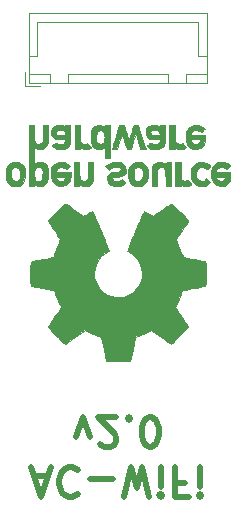
<source format=gbr>
G04 #@! TF.GenerationSoftware,KiCad,Pcbnew,(5.1.5)-3*
G04 #@! TF.CreationDate,2021-09-10T12:23:28+10:00*
G04 #@! TF.ProjectId,MHI ESP,4d484920-4553-4502-9e6b-696361645f70,rev?*
G04 #@! TF.SameCoordinates,Original*
G04 #@! TF.FileFunction,Legend,Bot*
G04 #@! TF.FilePolarity,Positive*
%FSLAX46Y46*%
G04 Gerber Fmt 4.6, Leading zero omitted, Abs format (unit mm)*
G04 Created by KiCad (PCBNEW (5.1.5)-3) date 2021-09-10 12:23:28*
%MOMM*%
%LPD*%
G04 APERTURE LIST*
%ADD10C,0.500000*%
%ADD11C,0.010000*%
%ADD12C,0.120000*%
G04 APERTURE END LIST*
D10*
X117916666Y-115708333D02*
X119107142Y-115708333D01*
X117678571Y-114994047D02*
X118511904Y-117494047D01*
X119345238Y-114994047D01*
X121607142Y-115232142D02*
X121488095Y-115113095D01*
X121130952Y-114994047D01*
X120892857Y-114994047D01*
X120535714Y-115113095D01*
X120297619Y-115351190D01*
X120178571Y-115589285D01*
X120059523Y-116065476D01*
X120059523Y-116422619D01*
X120178571Y-116898809D01*
X120297619Y-117136904D01*
X120535714Y-117375000D01*
X120892857Y-117494047D01*
X121130952Y-117494047D01*
X121488095Y-117375000D01*
X121607142Y-117255952D01*
X122678571Y-115946428D02*
X124583333Y-115946428D01*
X125535714Y-117494047D02*
X126130952Y-114994047D01*
X126607142Y-116779761D01*
X127083333Y-114994047D01*
X127678571Y-117494047D01*
X128630952Y-114994047D02*
X128630952Y-116660714D01*
X128630952Y-117494047D02*
X128511904Y-117375000D01*
X128630952Y-117255952D01*
X128750000Y-117375000D01*
X128630952Y-117494047D01*
X128630952Y-117255952D01*
X130654761Y-116303571D02*
X129821428Y-116303571D01*
X129821428Y-114994047D02*
X129821428Y-117494047D01*
X131011904Y-117494047D01*
X131964285Y-114994047D02*
X131964285Y-116660714D01*
X131964285Y-117494047D02*
X131845238Y-117375000D01*
X131964285Y-117255952D01*
X132083333Y-117375000D01*
X131964285Y-117494047D01*
X131964285Y-117255952D01*
X121428571Y-112410714D02*
X122023809Y-110744047D01*
X122619047Y-112410714D01*
X123452380Y-113005952D02*
X123571428Y-113125000D01*
X123809523Y-113244047D01*
X124404761Y-113244047D01*
X124642857Y-113125000D01*
X124761904Y-113005952D01*
X124880952Y-112767857D01*
X124880952Y-112529761D01*
X124761904Y-112172619D01*
X123333333Y-110744047D01*
X124880952Y-110744047D01*
X125952380Y-110982142D02*
X126071428Y-110863095D01*
X125952380Y-110744047D01*
X125833333Y-110863095D01*
X125952380Y-110982142D01*
X125952380Y-110744047D01*
X127619047Y-113244047D02*
X127857142Y-113244047D01*
X128095238Y-113125000D01*
X128214285Y-113005952D01*
X128333333Y-112767857D01*
X128452380Y-112291666D01*
X128452380Y-111696428D01*
X128333333Y-111220238D01*
X128214285Y-110982142D01*
X128095238Y-110863095D01*
X127857142Y-110744047D01*
X127619047Y-110744047D01*
X127380952Y-110863095D01*
X127261904Y-110982142D01*
X127142857Y-111220238D01*
X127023809Y-111696428D01*
X127023809Y-112291666D01*
X127142857Y-112767857D01*
X127261904Y-113005952D01*
X127380952Y-113125000D01*
X127619047Y-113244047D01*
D11*
G36*
X126248305Y-104974040D02*
G01*
X126436557Y-103975458D01*
X127131183Y-103689111D01*
X127825808Y-103402763D01*
X128659128Y-103969414D01*
X128892501Y-104127189D01*
X129103457Y-104268061D01*
X129282153Y-104385599D01*
X129418744Y-104473371D01*
X129503386Y-104524945D01*
X129526437Y-104536065D01*
X129567963Y-104507465D01*
X129656698Y-104428396D01*
X129782697Y-104308959D01*
X129936014Y-104159256D01*
X130106702Y-103989385D01*
X130284814Y-103809449D01*
X130460406Y-103629546D01*
X130623530Y-103459778D01*
X130764241Y-103310246D01*
X130872592Y-103191048D01*
X130938637Y-103112287D01*
X130954426Y-103085928D01*
X130931703Y-103037334D01*
X130867999Y-102930874D01*
X130770013Y-102776961D01*
X130644441Y-102586009D01*
X130497982Y-102368431D01*
X130413115Y-102244329D01*
X130258426Y-102017721D01*
X130120970Y-101813230D01*
X130007414Y-101641035D01*
X129924428Y-101511315D01*
X129878678Y-101434249D01*
X129871803Y-101418053D01*
X129887388Y-101372025D01*
X129929868Y-101264750D01*
X129992835Y-101111313D01*
X130069879Y-100926794D01*
X130154590Y-100726279D01*
X130240558Y-100524848D01*
X130321373Y-100337585D01*
X130390627Y-100179572D01*
X130441908Y-100065893D01*
X130468809Y-100011630D01*
X130470396Y-100009494D01*
X130512635Y-99999133D01*
X130625126Y-99976018D01*
X130796209Y-99942421D01*
X131014223Y-99900615D01*
X131267509Y-99852873D01*
X131415288Y-99825341D01*
X131685938Y-99773810D01*
X131930397Y-99724775D01*
X132136300Y-99680919D01*
X132291277Y-99644926D01*
X132382962Y-99619479D01*
X132401393Y-99611405D01*
X132419445Y-99556758D01*
X132434010Y-99433338D01*
X132445098Y-99255577D01*
X132452719Y-99037909D01*
X132456884Y-98794765D01*
X132457602Y-98540577D01*
X132454882Y-98289780D01*
X132448735Y-98056804D01*
X132439171Y-97856082D01*
X132426199Y-97702046D01*
X132409829Y-97609130D01*
X132400011Y-97589787D01*
X132341323Y-97566602D01*
X132216966Y-97533456D01*
X132043390Y-97494242D01*
X131837042Y-97452855D01*
X131765011Y-97439466D01*
X131417719Y-97375853D01*
X131143383Y-97324622D01*
X130932939Y-97283739D01*
X130777322Y-97251166D01*
X130667467Y-97224868D01*
X130594311Y-97202808D01*
X130548787Y-97182951D01*
X130521833Y-97163259D01*
X130518061Y-97159368D01*
X130480415Y-97096676D01*
X130422986Y-96974669D01*
X130351508Y-96808288D01*
X130271715Y-96612471D01*
X130189343Y-96402160D01*
X130110125Y-96192292D01*
X130039796Y-95997809D01*
X129984089Y-95833650D01*
X129948741Y-95714755D01*
X129939484Y-95656064D01*
X129940256Y-95654008D01*
X129971620Y-95606036D01*
X130042774Y-95500484D01*
X130146240Y-95348340D01*
X130274540Y-95160590D01*
X130420199Y-94948220D01*
X130461680Y-94887870D01*
X130609587Y-94669071D01*
X130739739Y-94469438D01*
X130845045Y-94300435D01*
X130918416Y-94173525D01*
X130952763Y-94100171D01*
X130954426Y-94091159D01*
X130925569Y-94043793D01*
X130845831Y-93949958D01*
X130725462Y-93819739D01*
X130574713Y-93663221D01*
X130403836Y-93490490D01*
X130223079Y-93311629D01*
X130042694Y-93136724D01*
X129872932Y-92975860D01*
X129724042Y-92839122D01*
X129606276Y-92736593D01*
X129529883Y-92678360D01*
X129508750Y-92668852D01*
X129459560Y-92691246D01*
X129358847Y-92751644D01*
X129223017Y-92839871D01*
X129118510Y-92910885D01*
X128929149Y-93041189D01*
X128704899Y-93194616D01*
X128479964Y-93347799D01*
X128359032Y-93429782D01*
X127949704Y-93706647D01*
X127606102Y-93520864D01*
X127449565Y-93439477D01*
X127316454Y-93376216D01*
X127226389Y-93340135D01*
X127203463Y-93335115D01*
X127175895Y-93372183D01*
X127121508Y-93476931D01*
X127044363Y-93639697D01*
X126948518Y-93850819D01*
X126838034Y-94100635D01*
X126716971Y-94379483D01*
X126589389Y-94677701D01*
X126459347Y-94985626D01*
X126330906Y-95293596D01*
X126208126Y-95591950D01*
X126095067Y-95871025D01*
X125995788Y-96121159D01*
X125914349Y-96332690D01*
X125854811Y-96495957D01*
X125821234Y-96601295D01*
X125815834Y-96637473D01*
X125858634Y-96683619D01*
X125952344Y-96758528D01*
X126077373Y-96846636D01*
X126087867Y-96853606D01*
X126411020Y-97112279D01*
X126671587Y-97414062D01*
X126867310Y-97749305D01*
X126995932Y-98108358D01*
X127055195Y-98481574D01*
X127042839Y-98859300D01*
X126956607Y-99231889D01*
X126794241Y-99589690D01*
X126746472Y-99667973D01*
X126498009Y-99984081D01*
X126204481Y-100237921D01*
X125876047Y-100428173D01*
X125522865Y-100553515D01*
X125155095Y-100612628D01*
X124782897Y-100604193D01*
X124416429Y-100526888D01*
X124065851Y-100379394D01*
X123741323Y-100160390D01*
X123640936Y-100071502D01*
X123385449Y-99793256D01*
X123199278Y-99500344D01*
X123071570Y-99172014D01*
X123000444Y-98846867D01*
X122982886Y-98481298D01*
X123041434Y-98113914D01*
X123170142Y-97757134D01*
X123363062Y-97423374D01*
X123614248Y-97125053D01*
X123917752Y-96874589D01*
X123957640Y-96848187D01*
X124084009Y-96761728D01*
X124180073Y-96686816D01*
X124226000Y-96638985D01*
X124226668Y-96637473D01*
X124216808Y-96585733D01*
X124177722Y-96468304D01*
X124113472Y-96294846D01*
X124028120Y-96075021D01*
X123925727Y-95818487D01*
X123810354Y-95534904D01*
X123686063Y-95233933D01*
X123556916Y-94925233D01*
X123426974Y-94618464D01*
X123300298Y-94323286D01*
X123180951Y-94049360D01*
X123072994Y-93806344D01*
X122980488Y-93603899D01*
X122907496Y-93451685D01*
X122858077Y-93359362D01*
X122838177Y-93335115D01*
X122777366Y-93353996D01*
X122663582Y-93404636D01*
X122516445Y-93477983D01*
X122435538Y-93520864D01*
X122091935Y-93706647D01*
X121682607Y-93429782D01*
X121473654Y-93287946D01*
X121244887Y-93131859D01*
X121030509Y-92984891D01*
X120923129Y-92910885D01*
X120772102Y-92809469D01*
X120644218Y-92729102D01*
X120556158Y-92679959D01*
X120527555Y-92669571D01*
X120485924Y-92697595D01*
X120393789Y-92775828D01*
X120260082Y-92896148D01*
X120093735Y-93050432D01*
X119903680Y-93230557D01*
X119783479Y-93346210D01*
X119573185Y-93552833D01*
X119391444Y-93737642D01*
X119245603Y-93892730D01*
X119143009Y-94010193D01*
X119091009Y-94082125D01*
X119086020Y-94096722D01*
X119109171Y-94152247D01*
X119173146Y-94264516D01*
X119270847Y-94422163D01*
X119395180Y-94613821D01*
X119539046Y-94828124D01*
X119579959Y-94887870D01*
X119729033Y-95105018D01*
X119862775Y-95300525D01*
X119973709Y-95463401D01*
X120054356Y-95582663D01*
X120097241Y-95647322D01*
X120101383Y-95654008D01*
X120095188Y-95705538D01*
X120062300Y-95818834D01*
X120008455Y-95978958D01*
X119939387Y-96170968D01*
X119860831Y-96379926D01*
X119778520Y-96590891D01*
X119698189Y-96788924D01*
X119625572Y-96959084D01*
X119566405Y-97086433D01*
X119526420Y-97156029D01*
X119523578Y-97159368D01*
X119499127Y-97179258D01*
X119457831Y-97198927D01*
X119390623Y-97220411D01*
X119288441Y-97245747D01*
X119142219Y-97276971D01*
X118942893Y-97316118D01*
X118681397Y-97365225D01*
X118348669Y-97426328D01*
X118276628Y-97439466D01*
X118063115Y-97480718D01*
X117876978Y-97521074D01*
X117734666Y-97556639D01*
X117652629Y-97583520D01*
X117641628Y-97589787D01*
X117623502Y-97645346D01*
X117608767Y-97769505D01*
X117597436Y-97947831D01*
X117589516Y-98165891D01*
X117585019Y-98409254D01*
X117583954Y-98663486D01*
X117586330Y-98914155D01*
X117592159Y-99146829D01*
X117601449Y-99347076D01*
X117614211Y-99500462D01*
X117630454Y-99592556D01*
X117640246Y-99611405D01*
X117694761Y-99630418D01*
X117818896Y-99661350D01*
X118000285Y-99701518D01*
X118226560Y-99748238D01*
X118485353Y-99798827D01*
X118626351Y-99825341D01*
X118893873Y-99875350D01*
X119132438Y-99920654D01*
X119330386Y-99958979D01*
X119476057Y-99988053D01*
X119557791Y-100005603D01*
X119571243Y-100009494D01*
X119593979Y-100053362D01*
X119642040Y-100159024D01*
X119709019Y-100311387D01*
X119788510Y-100495354D01*
X119874108Y-100695830D01*
X119959405Y-100897719D01*
X120037995Y-101085927D01*
X120103473Y-101245358D01*
X120149431Y-101360916D01*
X120169463Y-101417506D01*
X120169836Y-101419979D01*
X120147126Y-101464621D01*
X120083459Y-101567353D01*
X119985525Y-101717963D01*
X119860017Y-101906243D01*
X119713626Y-102121982D01*
X119628525Y-102245902D01*
X119473455Y-102473117D01*
X119335725Y-102679405D01*
X119222053Y-102854329D01*
X119139161Y-102987455D01*
X119093769Y-103068347D01*
X119087213Y-103086480D01*
X119115395Y-103128688D01*
X119193304Y-103218809D01*
X119310990Y-103346746D01*
X119458500Y-103502404D01*
X119625881Y-103675685D01*
X119803181Y-103856493D01*
X119980448Y-104034733D01*
X120147730Y-104200307D01*
X120295075Y-104343120D01*
X120412530Y-104453075D01*
X120490143Y-104520076D01*
X120516108Y-104536065D01*
X120558384Y-104513581D01*
X120659501Y-104450415D01*
X120809627Y-104352997D01*
X120998930Y-104227757D01*
X121217579Y-104081125D01*
X121382511Y-103969414D01*
X122215831Y-103402763D01*
X122910456Y-103689111D01*
X123605082Y-103975458D01*
X123793334Y-104974040D01*
X123981587Y-105972623D01*
X126060052Y-105972623D01*
X126248305Y-104974040D01*
G37*
X126248305Y-104974040D02*
X126436557Y-103975458D01*
X127131183Y-103689111D01*
X127825808Y-103402763D01*
X128659128Y-103969414D01*
X128892501Y-104127189D01*
X129103457Y-104268061D01*
X129282153Y-104385599D01*
X129418744Y-104473371D01*
X129503386Y-104524945D01*
X129526437Y-104536065D01*
X129567963Y-104507465D01*
X129656698Y-104428396D01*
X129782697Y-104308959D01*
X129936014Y-104159256D01*
X130106702Y-103989385D01*
X130284814Y-103809449D01*
X130460406Y-103629546D01*
X130623530Y-103459778D01*
X130764241Y-103310246D01*
X130872592Y-103191048D01*
X130938637Y-103112287D01*
X130954426Y-103085928D01*
X130931703Y-103037334D01*
X130867999Y-102930874D01*
X130770013Y-102776961D01*
X130644441Y-102586009D01*
X130497982Y-102368431D01*
X130413115Y-102244329D01*
X130258426Y-102017721D01*
X130120970Y-101813230D01*
X130007414Y-101641035D01*
X129924428Y-101511315D01*
X129878678Y-101434249D01*
X129871803Y-101418053D01*
X129887388Y-101372025D01*
X129929868Y-101264750D01*
X129992835Y-101111313D01*
X130069879Y-100926794D01*
X130154590Y-100726279D01*
X130240558Y-100524848D01*
X130321373Y-100337585D01*
X130390627Y-100179572D01*
X130441908Y-100065893D01*
X130468809Y-100011630D01*
X130470396Y-100009494D01*
X130512635Y-99999133D01*
X130625126Y-99976018D01*
X130796209Y-99942421D01*
X131014223Y-99900615D01*
X131267509Y-99852873D01*
X131415288Y-99825341D01*
X131685938Y-99773810D01*
X131930397Y-99724775D01*
X132136300Y-99680919D01*
X132291277Y-99644926D01*
X132382962Y-99619479D01*
X132401393Y-99611405D01*
X132419445Y-99556758D01*
X132434010Y-99433338D01*
X132445098Y-99255577D01*
X132452719Y-99037909D01*
X132456884Y-98794765D01*
X132457602Y-98540577D01*
X132454882Y-98289780D01*
X132448735Y-98056804D01*
X132439171Y-97856082D01*
X132426199Y-97702046D01*
X132409829Y-97609130D01*
X132400011Y-97589787D01*
X132341323Y-97566602D01*
X132216966Y-97533456D01*
X132043390Y-97494242D01*
X131837042Y-97452855D01*
X131765011Y-97439466D01*
X131417719Y-97375853D01*
X131143383Y-97324622D01*
X130932939Y-97283739D01*
X130777322Y-97251166D01*
X130667467Y-97224868D01*
X130594311Y-97202808D01*
X130548787Y-97182951D01*
X130521833Y-97163259D01*
X130518061Y-97159368D01*
X130480415Y-97096676D01*
X130422986Y-96974669D01*
X130351508Y-96808288D01*
X130271715Y-96612471D01*
X130189343Y-96402160D01*
X130110125Y-96192292D01*
X130039796Y-95997809D01*
X129984089Y-95833650D01*
X129948741Y-95714755D01*
X129939484Y-95656064D01*
X129940256Y-95654008D01*
X129971620Y-95606036D01*
X130042774Y-95500484D01*
X130146240Y-95348340D01*
X130274540Y-95160590D01*
X130420199Y-94948220D01*
X130461680Y-94887870D01*
X130609587Y-94669071D01*
X130739739Y-94469438D01*
X130845045Y-94300435D01*
X130918416Y-94173525D01*
X130952763Y-94100171D01*
X130954426Y-94091159D01*
X130925569Y-94043793D01*
X130845831Y-93949958D01*
X130725462Y-93819739D01*
X130574713Y-93663221D01*
X130403836Y-93490490D01*
X130223079Y-93311629D01*
X130042694Y-93136724D01*
X129872932Y-92975860D01*
X129724042Y-92839122D01*
X129606276Y-92736593D01*
X129529883Y-92678360D01*
X129508750Y-92668852D01*
X129459560Y-92691246D01*
X129358847Y-92751644D01*
X129223017Y-92839871D01*
X129118510Y-92910885D01*
X128929149Y-93041189D01*
X128704899Y-93194616D01*
X128479964Y-93347799D01*
X128359032Y-93429782D01*
X127949704Y-93706647D01*
X127606102Y-93520864D01*
X127449565Y-93439477D01*
X127316454Y-93376216D01*
X127226389Y-93340135D01*
X127203463Y-93335115D01*
X127175895Y-93372183D01*
X127121508Y-93476931D01*
X127044363Y-93639697D01*
X126948518Y-93850819D01*
X126838034Y-94100635D01*
X126716971Y-94379483D01*
X126589389Y-94677701D01*
X126459347Y-94985626D01*
X126330906Y-95293596D01*
X126208126Y-95591950D01*
X126095067Y-95871025D01*
X125995788Y-96121159D01*
X125914349Y-96332690D01*
X125854811Y-96495957D01*
X125821234Y-96601295D01*
X125815834Y-96637473D01*
X125858634Y-96683619D01*
X125952344Y-96758528D01*
X126077373Y-96846636D01*
X126087867Y-96853606D01*
X126411020Y-97112279D01*
X126671587Y-97414062D01*
X126867310Y-97749305D01*
X126995932Y-98108358D01*
X127055195Y-98481574D01*
X127042839Y-98859300D01*
X126956607Y-99231889D01*
X126794241Y-99589690D01*
X126746472Y-99667973D01*
X126498009Y-99984081D01*
X126204481Y-100237921D01*
X125876047Y-100428173D01*
X125522865Y-100553515D01*
X125155095Y-100612628D01*
X124782897Y-100604193D01*
X124416429Y-100526888D01*
X124065851Y-100379394D01*
X123741323Y-100160390D01*
X123640936Y-100071502D01*
X123385449Y-99793256D01*
X123199278Y-99500344D01*
X123071570Y-99172014D01*
X123000444Y-98846867D01*
X122982886Y-98481298D01*
X123041434Y-98113914D01*
X123170142Y-97757134D01*
X123363062Y-97423374D01*
X123614248Y-97125053D01*
X123917752Y-96874589D01*
X123957640Y-96848187D01*
X124084009Y-96761728D01*
X124180073Y-96686816D01*
X124226000Y-96638985D01*
X124226668Y-96637473D01*
X124216808Y-96585733D01*
X124177722Y-96468304D01*
X124113472Y-96294846D01*
X124028120Y-96075021D01*
X123925727Y-95818487D01*
X123810354Y-95534904D01*
X123686063Y-95233933D01*
X123556916Y-94925233D01*
X123426974Y-94618464D01*
X123300298Y-94323286D01*
X123180951Y-94049360D01*
X123072994Y-93806344D01*
X122980488Y-93603899D01*
X122907496Y-93451685D01*
X122858077Y-93359362D01*
X122838177Y-93335115D01*
X122777366Y-93353996D01*
X122663582Y-93404636D01*
X122516445Y-93477983D01*
X122435538Y-93520864D01*
X122091935Y-93706647D01*
X121682607Y-93429782D01*
X121473654Y-93287946D01*
X121244887Y-93131859D01*
X121030509Y-92984891D01*
X120923129Y-92910885D01*
X120772102Y-92809469D01*
X120644218Y-92729102D01*
X120556158Y-92679959D01*
X120527555Y-92669571D01*
X120485924Y-92697595D01*
X120393789Y-92775828D01*
X120260082Y-92896148D01*
X120093735Y-93050432D01*
X119903680Y-93230557D01*
X119783479Y-93346210D01*
X119573185Y-93552833D01*
X119391444Y-93737642D01*
X119245603Y-93892730D01*
X119143009Y-94010193D01*
X119091009Y-94082125D01*
X119086020Y-94096722D01*
X119109171Y-94152247D01*
X119173146Y-94264516D01*
X119270847Y-94422163D01*
X119395180Y-94613821D01*
X119539046Y-94828124D01*
X119579959Y-94887870D01*
X119729033Y-95105018D01*
X119862775Y-95300525D01*
X119973709Y-95463401D01*
X120054356Y-95582663D01*
X120097241Y-95647322D01*
X120101383Y-95654008D01*
X120095188Y-95705538D01*
X120062300Y-95818834D01*
X120008455Y-95978958D01*
X119939387Y-96170968D01*
X119860831Y-96379926D01*
X119778520Y-96590891D01*
X119698189Y-96788924D01*
X119625572Y-96959084D01*
X119566405Y-97086433D01*
X119526420Y-97156029D01*
X119523578Y-97159368D01*
X119499127Y-97179258D01*
X119457831Y-97198927D01*
X119390623Y-97220411D01*
X119288441Y-97245747D01*
X119142219Y-97276971D01*
X118942893Y-97316118D01*
X118681397Y-97365225D01*
X118348669Y-97426328D01*
X118276628Y-97439466D01*
X118063115Y-97480718D01*
X117876978Y-97521074D01*
X117734666Y-97556639D01*
X117652629Y-97583520D01*
X117641628Y-97589787D01*
X117623502Y-97645346D01*
X117608767Y-97769505D01*
X117597436Y-97947831D01*
X117589516Y-98165891D01*
X117585019Y-98409254D01*
X117583954Y-98663486D01*
X117586330Y-98914155D01*
X117592159Y-99146829D01*
X117601449Y-99347076D01*
X117614211Y-99500462D01*
X117630454Y-99592556D01*
X117640246Y-99611405D01*
X117694761Y-99630418D01*
X117818896Y-99661350D01*
X118000285Y-99701518D01*
X118226560Y-99748238D01*
X118485353Y-99798827D01*
X118626351Y-99825341D01*
X118893873Y-99875350D01*
X119132438Y-99920654D01*
X119330386Y-99958979D01*
X119476057Y-99988053D01*
X119557791Y-100005603D01*
X119571243Y-100009494D01*
X119593979Y-100053362D01*
X119642040Y-100159024D01*
X119709019Y-100311387D01*
X119788510Y-100495354D01*
X119874108Y-100695830D01*
X119959405Y-100897719D01*
X120037995Y-101085927D01*
X120103473Y-101245358D01*
X120149431Y-101360916D01*
X120169463Y-101417506D01*
X120169836Y-101419979D01*
X120147126Y-101464621D01*
X120083459Y-101567353D01*
X119985525Y-101717963D01*
X119860017Y-101906243D01*
X119713626Y-102121982D01*
X119628525Y-102245902D01*
X119473455Y-102473117D01*
X119335725Y-102679405D01*
X119222053Y-102854329D01*
X119139161Y-102987455D01*
X119093769Y-103068347D01*
X119087213Y-103086480D01*
X119115395Y-103128688D01*
X119193304Y-103218809D01*
X119310990Y-103346746D01*
X119458500Y-103502404D01*
X119625881Y-103675685D01*
X119803181Y-103856493D01*
X119980448Y-104034733D01*
X120147730Y-104200307D01*
X120295075Y-104343120D01*
X120412530Y-104453075D01*
X120490143Y-104520076D01*
X120516108Y-104536065D01*
X120558384Y-104513581D01*
X120659501Y-104450415D01*
X120809627Y-104352997D01*
X120998930Y-104227757D01*
X121217579Y-104081125D01*
X121382511Y-103969414D01*
X122215831Y-103402763D01*
X122910456Y-103689111D01*
X123605082Y-103975458D01*
X123793334Y-104974040D01*
X123981587Y-105972623D01*
X126060052Y-105972623D01*
X126248305Y-104974040D01*
G36*
X130958869Y-91171769D02*
G01*
X131102092Y-91128011D01*
X131194306Y-91072720D01*
X131224344Y-91028996D01*
X131216076Y-90977166D01*
X131162427Y-90895741D01*
X131117063Y-90838073D01*
X131023546Y-90733818D01*
X130953287Y-90689955D01*
X130893393Y-90692818D01*
X130715720Y-90738033D01*
X130585234Y-90735980D01*
X130479273Y-90684739D01*
X130443700Y-90654748D01*
X130329836Y-90549222D01*
X130329836Y-89171147D01*
X129871803Y-89171147D01*
X129871803Y-91169836D01*
X130100820Y-91169836D01*
X130238318Y-91164398D01*
X130309258Y-91145091D01*
X130329827Y-91107424D01*
X130329836Y-91106308D01*
X130339550Y-91066854D01*
X130383478Y-91072000D01*
X130444344Y-91100464D01*
X130570054Y-91153431D01*
X130672134Y-91185297D01*
X130803480Y-91193467D01*
X130958869Y-91171769D01*
G37*
X130958869Y-91171769D02*
X131102092Y-91128011D01*
X131194306Y-91072720D01*
X131224344Y-91028996D01*
X131216076Y-90977166D01*
X131162427Y-90895741D01*
X131117063Y-90838073D01*
X131023546Y-90733818D01*
X130953287Y-90689955D01*
X130893393Y-90692818D01*
X130715720Y-90738033D01*
X130585234Y-90735980D01*
X130479273Y-90684739D01*
X130443700Y-90654748D01*
X130329836Y-90549222D01*
X130329836Y-89171147D01*
X129871803Y-89171147D01*
X129871803Y-91169836D01*
X130100820Y-91169836D01*
X130238318Y-91164398D01*
X130309258Y-91145091D01*
X130329827Y-91107424D01*
X130329836Y-91106308D01*
X130339550Y-91066854D01*
X130383478Y-91072000D01*
X130444344Y-91100464D01*
X130570054Y-91153431D01*
X130672134Y-91185297D01*
X130803480Y-91193467D01*
X130958869Y-91171769D01*
G36*
X122503108Y-91135437D02*
G01*
X122606740Y-91085938D01*
X122707106Y-91014439D01*
X122783568Y-90932147D01*
X122839262Y-90827189D01*
X122877323Y-90687687D01*
X122900885Y-90501767D01*
X122913085Y-90257552D01*
X122917056Y-89943167D01*
X122917118Y-89910246D01*
X122918033Y-89171147D01*
X122460000Y-89171147D01*
X122460000Y-89852519D01*
X122459674Y-90104950D01*
X122457419Y-90287907D01*
X122451319Y-90415193D01*
X122439459Y-90500614D01*
X122419924Y-90557974D01*
X122390797Y-90601076D01*
X122350224Y-90643666D01*
X122208269Y-90735176D01*
X122053306Y-90752157D01*
X121905677Y-90694299D01*
X121854337Y-90651237D01*
X121816647Y-90610751D01*
X121789587Y-90567393D01*
X121771397Y-90507537D01*
X121760316Y-90417559D01*
X121754586Y-90283832D01*
X121752444Y-90092730D01*
X121752131Y-89860089D01*
X121752131Y-89171147D01*
X121294098Y-89171147D01*
X121294098Y-91169836D01*
X121523115Y-91169836D01*
X121660614Y-91164398D01*
X121731553Y-91145091D01*
X121752122Y-91107424D01*
X121752131Y-91106308D01*
X121761675Y-91069419D01*
X121803767Y-91073605D01*
X121887459Y-91114139D01*
X122077273Y-91173776D01*
X122294401Y-91180409D01*
X122503108Y-91135437D01*
G37*
X122503108Y-91135437D02*
X122606740Y-91085938D01*
X122707106Y-91014439D01*
X122783568Y-90932147D01*
X122839262Y-90827189D01*
X122877323Y-90687687D01*
X122900885Y-90501767D01*
X122913085Y-90257552D01*
X122917056Y-89943167D01*
X122917118Y-89910246D01*
X122918033Y-89171147D01*
X122460000Y-89171147D01*
X122460000Y-89852519D01*
X122459674Y-90104950D01*
X122457419Y-90287907D01*
X122451319Y-90415193D01*
X122439459Y-90500614D01*
X122419924Y-90557974D01*
X122390797Y-90601076D01*
X122350224Y-90643666D01*
X122208269Y-90735176D01*
X122053306Y-90752157D01*
X121905677Y-90694299D01*
X121854337Y-90651237D01*
X121816647Y-90610751D01*
X121789587Y-90567393D01*
X121771397Y-90507537D01*
X121760316Y-90417559D01*
X121754586Y-90283832D01*
X121752444Y-90092730D01*
X121752131Y-89860089D01*
X121752131Y-89171147D01*
X121294098Y-89171147D01*
X121294098Y-91169836D01*
X121523115Y-91169836D01*
X121660614Y-91164398D01*
X121731553Y-91145091D01*
X121752122Y-91107424D01*
X121752131Y-91106308D01*
X121761675Y-91069419D01*
X121803767Y-91073605D01*
X121887459Y-91114139D01*
X122077273Y-91173776D01*
X122294401Y-91180409D01*
X122503108Y-91135437D01*
G36*
X133867792Y-91176981D02*
G01*
X133974414Y-91151078D01*
X134178830Y-91056228D01*
X134353625Y-90911367D01*
X134474597Y-90737680D01*
X134491217Y-90698683D01*
X134514016Y-90596535D01*
X134529975Y-90445427D01*
X134535410Y-90292699D01*
X134535410Y-90003934D01*
X133931639Y-90003934D01*
X133682619Y-90002993D01*
X133507189Y-89997277D01*
X133395665Y-89982450D01*
X133338360Y-89954173D01*
X133325588Y-89908110D01*
X133347662Y-89839923D01*
X133387205Y-89760137D01*
X133497509Y-89626983D01*
X133650792Y-89560645D01*
X133838141Y-89562806D01*
X134050363Y-89635009D01*
X134233773Y-89724117D01*
X134385962Y-89603780D01*
X134538151Y-89483442D01*
X134394974Y-89351157D01*
X134203828Y-89226168D01*
X133968753Y-89150811D01*
X133715898Y-89129722D01*
X133471413Y-89167540D01*
X133431967Y-89180372D01*
X133217090Y-89292586D01*
X133057250Y-89459882D01*
X132949080Y-89687252D01*
X132889210Y-89979692D01*
X132888513Y-89985960D01*
X132883152Y-90304668D01*
X132904823Y-90418368D01*
X133327869Y-90418368D01*
X133366722Y-90400884D01*
X133472205Y-90387492D01*
X133627707Y-90379845D01*
X133726249Y-90378688D01*
X133910013Y-90379412D01*
X134024914Y-90384017D01*
X134085366Y-90396152D01*
X134105783Y-90419470D01*
X134100581Y-90457618D01*
X134096217Y-90472377D01*
X134021724Y-90611056D01*
X133904566Y-90722821D01*
X133801173Y-90771934D01*
X133663816Y-90768968D01*
X133524629Y-90707722D01*
X133407874Y-90606317D01*
X133337810Y-90482878D01*
X133327869Y-90418368D01*
X132904823Y-90418368D01*
X132936579Y-90584980D01*
X133042572Y-90820220D01*
X133194911Y-91003716D01*
X133387374Y-91128791D01*
X133613742Y-91188771D01*
X133867792Y-91176981D01*
G37*
X133867792Y-91176981D02*
X133974414Y-91151078D01*
X134178830Y-91056228D01*
X134353625Y-90911367D01*
X134474597Y-90737680D01*
X134491217Y-90698683D01*
X134514016Y-90596535D01*
X134529975Y-90445427D01*
X134535410Y-90292699D01*
X134535410Y-90003934D01*
X133931639Y-90003934D01*
X133682619Y-90002993D01*
X133507189Y-89997277D01*
X133395665Y-89982450D01*
X133338360Y-89954173D01*
X133325588Y-89908110D01*
X133347662Y-89839923D01*
X133387205Y-89760137D01*
X133497509Y-89626983D01*
X133650792Y-89560645D01*
X133838141Y-89562806D01*
X134050363Y-89635009D01*
X134233773Y-89724117D01*
X134385962Y-89603780D01*
X134538151Y-89483442D01*
X134394974Y-89351157D01*
X134203828Y-89226168D01*
X133968753Y-89150811D01*
X133715898Y-89129722D01*
X133471413Y-89167540D01*
X133431967Y-89180372D01*
X133217090Y-89292586D01*
X133057250Y-89459882D01*
X132949080Y-89687252D01*
X132889210Y-89979692D01*
X132888513Y-89985960D01*
X132883152Y-90304668D01*
X132904823Y-90418368D01*
X133327869Y-90418368D01*
X133366722Y-90400884D01*
X133472205Y-90387492D01*
X133627707Y-90379845D01*
X133726249Y-90378688D01*
X133910013Y-90379412D01*
X134024914Y-90384017D01*
X134085366Y-90396152D01*
X134105783Y-90419470D01*
X134100581Y-90457618D01*
X134096217Y-90472377D01*
X134021724Y-90611056D01*
X133904566Y-90722821D01*
X133801173Y-90771934D01*
X133663816Y-90768968D01*
X133524629Y-90707722D01*
X133407874Y-90606317D01*
X133337810Y-90482878D01*
X133327869Y-90418368D01*
X132904823Y-90418368D01*
X132936579Y-90584980D01*
X133042572Y-90820220D01*
X133194911Y-91003716D01*
X133387374Y-91128791D01*
X133613742Y-91188771D01*
X133867792Y-91176981D01*
G36*
X132342288Y-91152398D02*
G01*
X132583543Y-91049910D01*
X132659531Y-91000019D01*
X132756648Y-90923349D01*
X132817612Y-90863064D01*
X132828197Y-90843429D01*
X132798308Y-90799858D01*
X132721819Y-90725923D01*
X132660582Y-90674321D01*
X132492967Y-90539622D01*
X132360614Y-90650990D01*
X132258336Y-90722887D01*
X132158610Y-90747704D01*
X132044475Y-90741643D01*
X131863234Y-90696582D01*
X131738475Y-90603051D01*
X131662658Y-90451846D01*
X131628240Y-90233764D01*
X131628231Y-90233627D01*
X131631208Y-89989876D01*
X131677467Y-89811034D01*
X131769742Y-89689270D01*
X131832650Y-89648036D01*
X131999717Y-89596689D01*
X132178162Y-89596658D01*
X132333415Y-89646478D01*
X132370164Y-89670820D01*
X132462330Y-89732996D01*
X132534387Y-89743187D01*
X132612102Y-89696908D01*
X132698018Y-89613788D01*
X132834011Y-89473479D01*
X132683023Y-89349022D01*
X132449740Y-89208557D01*
X132186673Y-89139334D01*
X131911760Y-89144347D01*
X131731216Y-89190245D01*
X131520194Y-89303751D01*
X131351426Y-89482315D01*
X131274753Y-89608361D01*
X131212654Y-89789209D01*
X131181581Y-90018255D01*
X131181342Y-90266490D01*
X131211743Y-90504907D01*
X131272592Y-90704497D01*
X131282176Y-90724961D01*
X131424102Y-90925659D01*
X131616259Y-91071783D01*
X131843464Y-91160302D01*
X132090535Y-91188185D01*
X132342288Y-91152398D01*
G37*
X132342288Y-91152398D02*
X132583543Y-91049910D01*
X132659531Y-91000019D01*
X132756648Y-90923349D01*
X132817612Y-90863064D01*
X132828197Y-90843429D01*
X132798308Y-90799858D01*
X132721819Y-90725923D01*
X132660582Y-90674321D01*
X132492967Y-90539622D01*
X132360614Y-90650990D01*
X132258336Y-90722887D01*
X132158610Y-90747704D01*
X132044475Y-90741643D01*
X131863234Y-90696582D01*
X131738475Y-90603051D01*
X131662658Y-90451846D01*
X131628240Y-90233764D01*
X131628231Y-90233627D01*
X131631208Y-89989876D01*
X131677467Y-89811034D01*
X131769742Y-89689270D01*
X131832650Y-89648036D01*
X131999717Y-89596689D01*
X132178162Y-89596658D01*
X132333415Y-89646478D01*
X132370164Y-89670820D01*
X132462330Y-89732996D01*
X132534387Y-89743187D01*
X132612102Y-89696908D01*
X132698018Y-89613788D01*
X132834011Y-89473479D01*
X132683023Y-89349022D01*
X132449740Y-89208557D01*
X132186673Y-89139334D01*
X131911760Y-89144347D01*
X131731216Y-89190245D01*
X131520194Y-89303751D01*
X131351426Y-89482315D01*
X131274753Y-89608361D01*
X131212654Y-89789209D01*
X131181581Y-90018255D01*
X131181342Y-90266490D01*
X131211743Y-90504907D01*
X131272592Y-90704497D01*
X131282176Y-90724961D01*
X131424102Y-90925659D01*
X131616259Y-91071783D01*
X131843464Y-91160302D01*
X132090535Y-91188185D01*
X132342288Y-91152398D01*
G36*
X128289508Y-90521689D02*
G01*
X128293444Y-90216302D01*
X128307823Y-89984340D01*
X128336504Y-89816214D01*
X128383348Y-89702329D01*
X128452211Y-89633095D01*
X128546954Y-89598920D01*
X128664262Y-89590189D01*
X128787123Y-89599972D01*
X128880444Y-89635713D01*
X128948084Y-89707005D01*
X128993901Y-89823439D01*
X129021755Y-89994609D01*
X129035504Y-90230104D01*
X129039016Y-90521689D01*
X129039016Y-91169836D01*
X129497049Y-91169836D01*
X129497049Y-89171147D01*
X129268033Y-89171147D01*
X129129971Y-89176742D01*
X129058878Y-89196389D01*
X129039016Y-89233687D01*
X129027054Y-89266906D01*
X128979447Y-89259879D01*
X128883485Y-89212868D01*
X128663548Y-89140346D01*
X128430274Y-89145484D01*
X128206755Y-89224234D01*
X128100313Y-89286442D01*
X128019122Y-89353796D01*
X127959808Y-89438072D01*
X127918996Y-89551043D01*
X127893312Y-89704485D01*
X127879381Y-89910173D01*
X127873829Y-90179882D01*
X127873115Y-90388449D01*
X127873115Y-91169836D01*
X128289508Y-91169836D01*
X128289508Y-90521689D01*
G37*
X128289508Y-90521689D02*
X128293444Y-90216302D01*
X128307823Y-89984340D01*
X128336504Y-89816214D01*
X128383348Y-89702329D01*
X128452211Y-89633095D01*
X128546954Y-89598920D01*
X128664262Y-89590189D01*
X128787123Y-89599972D01*
X128880444Y-89635713D01*
X128948084Y-89707005D01*
X128993901Y-89823439D01*
X129021755Y-89994609D01*
X129035504Y-90230104D01*
X129039016Y-90521689D01*
X129039016Y-91169836D01*
X129497049Y-91169836D01*
X129497049Y-89171147D01*
X129268033Y-89171147D01*
X129129971Y-89176742D01*
X129058878Y-89196389D01*
X129039016Y-89233687D01*
X129027054Y-89266906D01*
X128979447Y-89259879D01*
X128883485Y-89212868D01*
X128663548Y-89140346D01*
X128430274Y-89145484D01*
X128206755Y-89224234D01*
X128100313Y-89286442D01*
X128019122Y-89353796D01*
X127959808Y-89438072D01*
X127918996Y-89551043D01*
X127893312Y-89704485D01*
X127879381Y-89910173D01*
X127873829Y-90179882D01*
X127873115Y-90388449D01*
X127873115Y-91169836D01*
X128289508Y-91169836D01*
X128289508Y-90521689D01*
G36*
X127022521Y-91145195D02*
G01*
X127233136Y-91030495D01*
X127397915Y-90849426D01*
X127475554Y-90702162D01*
X127508886Y-90572093D01*
X127530483Y-90386667D01*
X127539739Y-90173061D01*
X127536045Y-89958450D01*
X127518794Y-89770009D01*
X127498643Y-89669363D01*
X127430667Y-89531677D01*
X127312942Y-89385434D01*
X127171065Y-89257548D01*
X127030632Y-89174937D01*
X127027207Y-89173627D01*
X126852945Y-89137528D01*
X126646427Y-89136635D01*
X126450174Y-89169499D01*
X126374396Y-89195839D01*
X126179221Y-89306516D01*
X126039438Y-89451522D01*
X125947599Y-89643497D01*
X125896254Y-89895080D01*
X125884637Y-90026858D01*
X125886119Y-90192447D01*
X126332459Y-90192447D01*
X126347494Y-89950823D01*
X126390772Y-89766697D01*
X126459551Y-89649051D01*
X126508550Y-89615410D01*
X126634093Y-89591950D01*
X126783318Y-89598896D01*
X126912333Y-89632655D01*
X126946166Y-89651228D01*
X127035428Y-89759401D01*
X127094345Y-89924949D01*
X127119424Y-90126419D01*
X127107174Y-90342354D01*
X127079796Y-90472310D01*
X127001191Y-90622809D01*
X126877104Y-90716886D01*
X126727661Y-90749413D01*
X126572987Y-90715262D01*
X126454174Y-90631727D01*
X126391735Y-90562807D01*
X126355293Y-90494874D01*
X126337923Y-90402936D01*
X126332699Y-90262001D01*
X126332459Y-90192447D01*
X125886119Y-90192447D01*
X125887785Y-90378505D01*
X125945056Y-90666866D01*
X126056457Y-90891951D01*
X126221993Y-91053770D01*
X126441670Y-91152334D01*
X126488842Y-91163764D01*
X126772336Y-91190594D01*
X127022521Y-91145195D01*
G37*
X127022521Y-91145195D02*
X127233136Y-91030495D01*
X127397915Y-90849426D01*
X127475554Y-90702162D01*
X127508886Y-90572093D01*
X127530483Y-90386667D01*
X127539739Y-90173061D01*
X127536045Y-89958450D01*
X127518794Y-89770009D01*
X127498643Y-89669363D01*
X127430667Y-89531677D01*
X127312942Y-89385434D01*
X127171065Y-89257548D01*
X127030632Y-89174937D01*
X127027207Y-89173627D01*
X126852945Y-89137528D01*
X126646427Y-89136635D01*
X126450174Y-89169499D01*
X126374396Y-89195839D01*
X126179221Y-89306516D01*
X126039438Y-89451522D01*
X125947599Y-89643497D01*
X125896254Y-89895080D01*
X125884637Y-90026858D01*
X125886119Y-90192447D01*
X126332459Y-90192447D01*
X126347494Y-89950823D01*
X126390772Y-89766697D01*
X126459551Y-89649051D01*
X126508550Y-89615410D01*
X126634093Y-89591950D01*
X126783318Y-89598896D01*
X126912333Y-89632655D01*
X126946166Y-89651228D01*
X127035428Y-89759401D01*
X127094345Y-89924949D01*
X127119424Y-90126419D01*
X127107174Y-90342354D01*
X127079796Y-90472310D01*
X127001191Y-90622809D01*
X126877104Y-90716886D01*
X126727661Y-90749413D01*
X126572987Y-90715262D01*
X126454174Y-90631727D01*
X126391735Y-90562807D01*
X126355293Y-90494874D01*
X126337923Y-90402936D01*
X126332699Y-90262001D01*
X126332459Y-90192447D01*
X125886119Y-90192447D01*
X125887785Y-90378505D01*
X125945056Y-90666866D01*
X126056457Y-90891951D01*
X126221993Y-91053770D01*
X126441670Y-91152334D01*
X126488842Y-91163764D01*
X126772336Y-91190594D01*
X127022521Y-91145195D01*
G36*
X125046418Y-91176997D02*
G01*
X125204100Y-91147093D01*
X125367685Y-91084548D01*
X125385164Y-91076574D01*
X125509217Y-91011344D01*
X125595129Y-90950726D01*
X125622898Y-90911894D01*
X125596453Y-90848563D01*
X125532220Y-90755119D01*
X125503708Y-90720238D01*
X125386211Y-90582934D01*
X125234732Y-90672309D01*
X125090570Y-90731848D01*
X124924000Y-90763674D01*
X124764262Y-90765684D01*
X124640594Y-90735779D01*
X124610916Y-90717114D01*
X124554398Y-90631534D01*
X124547529Y-90532951D01*
X124589820Y-90455938D01*
X124614836Y-90441002D01*
X124689796Y-90422453D01*
X124821561Y-90400652D01*
X124983991Y-90379820D01*
X125013956Y-90376553D01*
X125274840Y-90331425D01*
X125464055Y-90254770D01*
X125589543Y-90139509D01*
X125659243Y-89978565D01*
X125680956Y-89781985D01*
X125650961Y-89558527D01*
X125553559Y-89383051D01*
X125388361Y-89255242D01*
X125154977Y-89174782D01*
X124895902Y-89143038D01*
X124684633Y-89143420D01*
X124513265Y-89172251D01*
X124396230Y-89212056D01*
X124248350Y-89281413D01*
X124111687Y-89361903D01*
X124063115Y-89397330D01*
X123938197Y-89499295D01*
X124239509Y-89804187D01*
X124410796Y-89690835D01*
X124582594Y-89605700D01*
X124766048Y-89561170D01*
X124942397Y-89556472D01*
X125092881Y-89590830D01*
X125198740Y-89663471D01*
X125232921Y-89724762D01*
X125227794Y-89823059D01*
X125142857Y-89898227D01*
X124978343Y-89950134D01*
X124798101Y-89974125D01*
X124520709Y-90019896D01*
X124314635Y-90106252D01*
X124177122Y-90235720D01*
X124105413Y-90410828D01*
X124095479Y-90618435D01*
X124144548Y-90835286D01*
X124256420Y-90999195D01*
X124432097Y-91110912D01*
X124672581Y-91171186D01*
X124850743Y-91183001D01*
X125046418Y-91176997D01*
G37*
X125046418Y-91176997D02*
X125204100Y-91147093D01*
X125367685Y-91084548D01*
X125385164Y-91076574D01*
X125509217Y-91011344D01*
X125595129Y-90950726D01*
X125622898Y-90911894D01*
X125596453Y-90848563D01*
X125532220Y-90755119D01*
X125503708Y-90720238D01*
X125386211Y-90582934D01*
X125234732Y-90672309D01*
X125090570Y-90731848D01*
X124924000Y-90763674D01*
X124764262Y-90765684D01*
X124640594Y-90735779D01*
X124610916Y-90717114D01*
X124554398Y-90631534D01*
X124547529Y-90532951D01*
X124589820Y-90455938D01*
X124614836Y-90441002D01*
X124689796Y-90422453D01*
X124821561Y-90400652D01*
X124983991Y-90379820D01*
X125013956Y-90376553D01*
X125274840Y-90331425D01*
X125464055Y-90254770D01*
X125589543Y-90139509D01*
X125659243Y-89978565D01*
X125680956Y-89781985D01*
X125650961Y-89558527D01*
X125553559Y-89383051D01*
X125388361Y-89255242D01*
X125154977Y-89174782D01*
X124895902Y-89143038D01*
X124684633Y-89143420D01*
X124513265Y-89172251D01*
X124396230Y-89212056D01*
X124248350Y-89281413D01*
X124111687Y-89361903D01*
X124063115Y-89397330D01*
X123938197Y-89499295D01*
X124239509Y-89804187D01*
X124410796Y-89690835D01*
X124582594Y-89605700D01*
X124766048Y-89561170D01*
X124942397Y-89556472D01*
X125092881Y-89590830D01*
X125198740Y-89663471D01*
X125232921Y-89724762D01*
X125227794Y-89823059D01*
X125142857Y-89898227D01*
X124978343Y-89950134D01*
X124798101Y-89974125D01*
X124520709Y-90019896D01*
X124314635Y-90106252D01*
X124177122Y-90235720D01*
X124105413Y-90410828D01*
X124095479Y-90618435D01*
X124144548Y-90835286D01*
X124256420Y-90999195D01*
X124432097Y-91110912D01*
X124672581Y-91171186D01*
X124850743Y-91183001D01*
X125046418Y-91176997D01*
G36*
X120507325Y-91123474D02*
G01*
X120548819Y-91103939D01*
X120692434Y-90998737D01*
X120828236Y-90845207D01*
X120929638Y-90676155D01*
X120958480Y-90598433D01*
X120984794Y-90459602D01*
X121000485Y-90291823D01*
X121002391Y-90222541D01*
X121002623Y-90003934D01*
X119744415Y-90003934D01*
X119771234Y-89889426D01*
X119837066Y-89753996D01*
X119952161Y-89636954D01*
X120089087Y-89561558D01*
X120176342Y-89545902D01*
X120294672Y-89564901D01*
X120435851Y-89612554D01*
X120483811Y-89634479D01*
X120661171Y-89723056D01*
X120812530Y-89607609D01*
X120899869Y-89529526D01*
X120946342Y-89465078D01*
X120948695Y-89446163D01*
X120907178Y-89400319D01*
X120816190Y-89330651D01*
X120733605Y-89276300D01*
X120510751Y-89178595D01*
X120260913Y-89134372D01*
X120013290Y-89145870D01*
X119815902Y-89205971D01*
X119612424Y-89334716D01*
X119467821Y-89504226D01*
X119377361Y-89723538D01*
X119336311Y-90001691D01*
X119332671Y-90128966D01*
X119347239Y-90420625D01*
X119349028Y-90429109D01*
X119765941Y-90429109D01*
X119777423Y-90401758D01*
X119824616Y-90386676D01*
X119921951Y-90380212D01*
X120083864Y-90378715D01*
X120146210Y-90378688D01*
X120335897Y-90380948D01*
X120456189Y-90389156D01*
X120520884Y-90405450D01*
X120543780Y-90431973D01*
X120544590Y-90440490D01*
X120518460Y-90508175D01*
X120453063Y-90602995D01*
X120424948Y-90636195D01*
X120320574Y-90730094D01*
X120211775Y-90767012D01*
X120153157Y-90770098D01*
X119994574Y-90731507D01*
X119861587Y-90627845D01*
X119777228Y-90477283D01*
X119775733Y-90472377D01*
X119765941Y-90429109D01*
X119349028Y-90429109D01*
X119395684Y-90650278D01*
X119482955Y-90834017D01*
X119589689Y-90964443D01*
X119787020Y-91105869D01*
X120018985Y-91181444D01*
X120265712Y-91188276D01*
X120507325Y-91123474D01*
G37*
X120507325Y-91123474D02*
X120548819Y-91103939D01*
X120692434Y-90998737D01*
X120828236Y-90845207D01*
X120929638Y-90676155D01*
X120958480Y-90598433D01*
X120984794Y-90459602D01*
X121000485Y-90291823D01*
X121002391Y-90222541D01*
X121002623Y-90003934D01*
X119744415Y-90003934D01*
X119771234Y-89889426D01*
X119837066Y-89753996D01*
X119952161Y-89636954D01*
X120089087Y-89561558D01*
X120176342Y-89545902D01*
X120294672Y-89564901D01*
X120435851Y-89612554D01*
X120483811Y-89634479D01*
X120661171Y-89723056D01*
X120812530Y-89607609D01*
X120899869Y-89529526D01*
X120946342Y-89465078D01*
X120948695Y-89446163D01*
X120907178Y-89400319D01*
X120816190Y-89330651D01*
X120733605Y-89276300D01*
X120510751Y-89178595D01*
X120260913Y-89134372D01*
X120013290Y-89145870D01*
X119815902Y-89205971D01*
X119612424Y-89334716D01*
X119467821Y-89504226D01*
X119377361Y-89723538D01*
X119336311Y-90001691D01*
X119332671Y-90128966D01*
X119347239Y-90420625D01*
X119349028Y-90429109D01*
X119765941Y-90429109D01*
X119777423Y-90401758D01*
X119824616Y-90386676D01*
X119921951Y-90380212D01*
X120083864Y-90378715D01*
X120146210Y-90378688D01*
X120335897Y-90380948D01*
X120456189Y-90389156D01*
X120520884Y-90405450D01*
X120543780Y-90431973D01*
X120544590Y-90440490D01*
X120518460Y-90508175D01*
X120453063Y-90602995D01*
X120424948Y-90636195D01*
X120320574Y-90730094D01*
X120211775Y-90767012D01*
X120153157Y-90770098D01*
X119994574Y-90731507D01*
X119861587Y-90627845D01*
X119777228Y-90477283D01*
X119775733Y-90472377D01*
X119765941Y-90429109D01*
X119349028Y-90429109D01*
X119395684Y-90650278D01*
X119482955Y-90834017D01*
X119589689Y-90964443D01*
X119787020Y-91105869D01*
X120018985Y-91181444D01*
X120265712Y-91188276D01*
X120507325Y-91123474D01*
G36*
X116594610Y-91148198D02*
G01*
X116812447Y-91051892D01*
X116977816Y-90891081D01*
X117090957Y-90665518D01*
X117152112Y-90374958D01*
X117156495Y-90329592D01*
X117159930Y-90009744D01*
X117115398Y-89729386D01*
X117025609Y-89502153D01*
X116977529Y-89429059D01*
X116810055Y-89274357D01*
X116596768Y-89174162D01*
X116358154Y-89132582D01*
X116114697Y-89153728D01*
X115929630Y-89218855D01*
X115770479Y-89328607D01*
X115640404Y-89472504D01*
X115638154Y-89475870D01*
X115585330Y-89564686D01*
X115551001Y-89653995D01*
X115530212Y-89766706D01*
X115518009Y-89925727D01*
X115512633Y-90056132D01*
X115510395Y-90174389D01*
X115926706Y-90174389D01*
X115930775Y-90056665D01*
X115945545Y-89899951D01*
X115971602Y-89799379D01*
X116018593Y-89727827D01*
X116062603Y-89686029D01*
X116218623Y-89598516D01*
X116381869Y-89586821D01*
X116533904Y-89649788D01*
X116609920Y-89720347D01*
X116664697Y-89791450D01*
X116696737Y-89859488D01*
X116710800Y-89948033D01*
X116711642Y-90080661D01*
X116707309Y-90202805D01*
X116697989Y-90377290D01*
X116683212Y-90490462D01*
X116656580Y-90564279D01*
X116611691Y-90620702D01*
X116576120Y-90652950D01*
X116427329Y-90737660D01*
X116266813Y-90741883D01*
X116132220Y-90691708D01*
X116017400Y-90586925D01*
X115948996Y-90414802D01*
X115926706Y-90174389D01*
X115510395Y-90174389D01*
X115507724Y-90315452D01*
X115516107Y-90509390D01*
X115541228Y-90655255D01*
X115586532Y-90770359D01*
X115655464Y-90872014D01*
X115681022Y-90902198D01*
X115840825Y-91052588D01*
X116012231Y-91140434D01*
X116221849Y-91177238D01*
X116324064Y-91180246D01*
X116594610Y-91148198D01*
G37*
X116594610Y-91148198D02*
X116812447Y-91051892D01*
X116977816Y-90891081D01*
X117090957Y-90665518D01*
X117152112Y-90374958D01*
X117156495Y-90329592D01*
X117159930Y-90009744D01*
X117115398Y-89729386D01*
X117025609Y-89502153D01*
X116977529Y-89429059D01*
X116810055Y-89274357D01*
X116596768Y-89174162D01*
X116358154Y-89132582D01*
X116114697Y-89153728D01*
X115929630Y-89218855D01*
X115770479Y-89328607D01*
X115640404Y-89472504D01*
X115638154Y-89475870D01*
X115585330Y-89564686D01*
X115551001Y-89653995D01*
X115530212Y-89766706D01*
X115518009Y-89925727D01*
X115512633Y-90056132D01*
X115510395Y-90174389D01*
X115926706Y-90174389D01*
X115930775Y-90056665D01*
X115945545Y-89899951D01*
X115971602Y-89799379D01*
X116018593Y-89727827D01*
X116062603Y-89686029D01*
X116218623Y-89598516D01*
X116381869Y-89586821D01*
X116533904Y-89649788D01*
X116609920Y-89720347D01*
X116664697Y-89791450D01*
X116696737Y-89859488D01*
X116710800Y-89948033D01*
X116711642Y-90080661D01*
X116707309Y-90202805D01*
X116697989Y-90377290D01*
X116683212Y-90490462D01*
X116656580Y-90564279D01*
X116611691Y-90620702D01*
X116576120Y-90652950D01*
X116427329Y-90737660D01*
X116266813Y-90741883D01*
X116132220Y-90691708D01*
X116017400Y-90586925D01*
X115948996Y-90414802D01*
X115926706Y-90174389D01*
X115510395Y-90174389D01*
X115507724Y-90315452D01*
X115516107Y-90509390D01*
X115541228Y-90655255D01*
X115586532Y-90770359D01*
X115655464Y-90872014D01*
X115681022Y-90902198D01*
X115840825Y-91052588D01*
X116012231Y-91140434D01*
X116221849Y-91177238D01*
X116324064Y-91180246D01*
X116594610Y-91148198D01*
G36*
X131730842Y-88036001D02*
G01*
X131929876Y-87984254D01*
X132096561Y-87877456D01*
X132177269Y-87797674D01*
X132309568Y-87609069D01*
X132385390Y-87390280D01*
X132411438Y-87121332D01*
X132411571Y-87099590D01*
X132411803Y-86880983D01*
X131153595Y-86880983D01*
X131180415Y-86766475D01*
X131228841Y-86662768D01*
X131313596Y-86554710D01*
X131331323Y-86537459D01*
X131483680Y-86444096D01*
X131657424Y-86428262D01*
X131857411Y-86489687D01*
X131891311Y-86506229D01*
X131995288Y-86556516D01*
X132064931Y-86585166D01*
X132077083Y-86587816D01*
X132119501Y-86562087D01*
X132200399Y-86499139D01*
X132241465Y-86464741D01*
X132326560Y-86385724D01*
X132354503Y-86333549D01*
X132335110Y-86285554D01*
X132324743Y-86272430D01*
X132254531Y-86214992D01*
X132138674Y-86145187D01*
X132057869Y-86104436D01*
X131828501Y-86032638D01*
X131574564Y-86009375D01*
X131334074Y-86036941D01*
X131266721Y-86056679D01*
X131058262Y-86168388D01*
X130903746Y-86340279D01*
X130802278Y-86574021D01*
X130752965Y-86871284D01*
X130747551Y-87026721D01*
X130763359Y-87253027D01*
X131162623Y-87253027D01*
X131201240Y-87236298D01*
X131305042Y-87223171D01*
X131455956Y-87215425D01*
X131558197Y-87214098D01*
X131742101Y-87215377D01*
X131858174Y-87221362D01*
X131921852Y-87235276D01*
X131948567Y-87260345D01*
X131953770Y-87296720D01*
X131918073Y-87408771D01*
X131828196Y-87519512D01*
X131709966Y-87604511D01*
X131591690Y-87639282D01*
X131431044Y-87608437D01*
X131291978Y-87519268D01*
X131195557Y-87390737D01*
X131162623Y-87253027D01*
X130763359Y-87253027D01*
X130770572Y-87356267D01*
X130841624Y-87618825D01*
X130962210Y-87816475D01*
X131133834Y-87951298D01*
X131357998Y-88025374D01*
X131479438Y-88039640D01*
X131730842Y-88036001D01*
G37*
X131730842Y-88036001D02*
X131929876Y-87984254D01*
X132096561Y-87877456D01*
X132177269Y-87797674D01*
X132309568Y-87609069D01*
X132385390Y-87390280D01*
X132411438Y-87121332D01*
X132411571Y-87099590D01*
X132411803Y-86880983D01*
X131153595Y-86880983D01*
X131180415Y-86766475D01*
X131228841Y-86662768D01*
X131313596Y-86554710D01*
X131331323Y-86537459D01*
X131483680Y-86444096D01*
X131657424Y-86428262D01*
X131857411Y-86489687D01*
X131891311Y-86506229D01*
X131995288Y-86556516D01*
X132064931Y-86585166D01*
X132077083Y-86587816D01*
X132119501Y-86562087D01*
X132200399Y-86499139D01*
X132241465Y-86464741D01*
X132326560Y-86385724D01*
X132354503Y-86333549D01*
X132335110Y-86285554D01*
X132324743Y-86272430D01*
X132254531Y-86214992D01*
X132138674Y-86145187D01*
X132057869Y-86104436D01*
X131828501Y-86032638D01*
X131574564Y-86009375D01*
X131334074Y-86036941D01*
X131266721Y-86056679D01*
X131058262Y-86168388D01*
X130903746Y-86340279D01*
X130802278Y-86574021D01*
X130752965Y-86871284D01*
X130747551Y-87026721D01*
X130763359Y-87253027D01*
X131162623Y-87253027D01*
X131201240Y-87236298D01*
X131305042Y-87223171D01*
X131455956Y-87215425D01*
X131558197Y-87214098D01*
X131742101Y-87215377D01*
X131858174Y-87221362D01*
X131921852Y-87235276D01*
X131948567Y-87260345D01*
X131953770Y-87296720D01*
X131918073Y-87408771D01*
X131828196Y-87519512D01*
X131709966Y-87604511D01*
X131591690Y-87639282D01*
X131431044Y-87608437D01*
X131291978Y-87519268D01*
X131195557Y-87390737D01*
X131162623Y-87253027D01*
X130763359Y-87253027D01*
X130770572Y-87356267D01*
X130841624Y-87618825D01*
X130962210Y-87816475D01*
X131133834Y-87951298D01*
X131357998Y-88025374D01*
X131479438Y-88039640D01*
X131730842Y-88036001D01*
G36*
X130415107Y-88047540D02*
G01*
X130575182Y-88015983D01*
X130666312Y-87969257D01*
X130762179Y-87891630D01*
X130625787Y-87719421D01*
X130541694Y-87615133D01*
X130484592Y-87564254D01*
X130427844Y-87556481D01*
X130344811Y-87581512D01*
X130305833Y-87595673D01*
X130146926Y-87616567D01*
X130001399Y-87571780D01*
X129894560Y-87470601D01*
X129877205Y-87438341D01*
X129858303Y-87352885D01*
X129843716Y-87195394D01*
X129834126Y-86977031D01*
X129830219Y-86708962D01*
X129830164Y-86670828D01*
X129830164Y-86006557D01*
X129372131Y-86006557D01*
X129372131Y-88046885D01*
X129601148Y-88046885D01*
X129733199Y-88043437D01*
X129801992Y-88028093D01*
X129827430Y-87993352D01*
X129830164Y-87960584D01*
X129830164Y-87874283D01*
X129939878Y-87960584D01*
X130065680Y-88019462D01*
X130234681Y-88048574D01*
X130415107Y-88047540D01*
G37*
X130415107Y-88047540D02*
X130575182Y-88015983D01*
X130666312Y-87969257D01*
X130762179Y-87891630D01*
X130625787Y-87719421D01*
X130541694Y-87615133D01*
X130484592Y-87564254D01*
X130427844Y-87556481D01*
X130344811Y-87581512D01*
X130305833Y-87595673D01*
X130146926Y-87616567D01*
X130001399Y-87571780D01*
X129894560Y-87470601D01*
X129877205Y-87438341D01*
X129858303Y-87352885D01*
X129843716Y-87195394D01*
X129834126Y-86977031D01*
X129830219Y-86708962D01*
X129830164Y-86670828D01*
X129830164Y-86006557D01*
X129372131Y-86006557D01*
X129372131Y-88046885D01*
X129601148Y-88046885D01*
X129733199Y-88043437D01*
X129801992Y-88028093D01*
X129827430Y-87993352D01*
X129830164Y-87960584D01*
X129830164Y-87874283D01*
X129939878Y-87960584D01*
X130065680Y-88019462D01*
X130234681Y-88048574D01*
X130415107Y-88047540D01*
G36*
X128438670Y-88034520D02*
G01*
X128614179Y-87991891D01*
X128664912Y-87969307D01*
X128763254Y-87910153D01*
X128838727Y-87843528D01*
X128894571Y-87757865D01*
X128934026Y-87641595D01*
X128960332Y-87483152D01*
X128976729Y-87270966D01*
X128986457Y-86993471D01*
X128990151Y-86808115D01*
X129003745Y-86006557D01*
X128771544Y-86006557D01*
X128630677Y-86012464D01*
X128558102Y-86032650D01*
X128539344Y-86066547D01*
X128529441Y-86103201D01*
X128485166Y-86096193D01*
X128424836Y-86066803D01*
X128273803Y-86021754D01*
X128079693Y-86009615D01*
X127875531Y-86029471D01*
X127694340Y-86080408D01*
X127678089Y-86087478D01*
X127512491Y-86203812D01*
X127403324Y-86365533D01*
X127353091Y-86554570D01*
X127356928Y-86622485D01*
X127766763Y-86622485D01*
X127802875Y-86531086D01*
X127909942Y-86465589D01*
X128082684Y-86430437D01*
X128175000Y-86425769D01*
X128328850Y-86437718D01*
X128431115Y-86484156D01*
X128456066Y-86506229D01*
X128523661Y-86626319D01*
X128539344Y-86735246D01*
X128539344Y-86880983D01*
X128336352Y-86880983D01*
X128100387Y-86868957D01*
X127934881Y-86831129D01*
X127830305Y-86764879D01*
X127806891Y-86735344D01*
X127766763Y-86622485D01*
X127356928Y-86622485D01*
X127364295Y-86752852D01*
X127439440Y-86942308D01*
X127541968Y-87070344D01*
X127604065Y-87125698D01*
X127664855Y-87162076D01*
X127743952Y-87184256D01*
X127860971Y-87197018D01*
X128035527Y-87205143D01*
X128104763Y-87207479D01*
X128539344Y-87221679D01*
X128538707Y-87353216D01*
X128521876Y-87491481D01*
X128461026Y-87575083D01*
X128338095Y-87628493D01*
X128334797Y-87629445D01*
X128160504Y-87650445D01*
X127989952Y-87623015D01*
X127863200Y-87556311D01*
X127812342Y-87523375D01*
X127757565Y-87527932D01*
X127673272Y-87575651D01*
X127623773Y-87609329D01*
X127526955Y-87681284D01*
X127466982Y-87735221D01*
X127457359Y-87750663D01*
X127496985Y-87830576D01*
X127614064Y-87926011D01*
X127664918Y-87958211D01*
X127811113Y-88013668D01*
X128008137Y-88045087D01*
X128226989Y-88052145D01*
X128438670Y-88034520D01*
G37*
X128438670Y-88034520D02*
X128614179Y-87991891D01*
X128664912Y-87969307D01*
X128763254Y-87910153D01*
X128838727Y-87843528D01*
X128894571Y-87757865D01*
X128934026Y-87641595D01*
X128960332Y-87483152D01*
X128976729Y-87270966D01*
X128986457Y-86993471D01*
X128990151Y-86808115D01*
X129003745Y-86006557D01*
X128771544Y-86006557D01*
X128630677Y-86012464D01*
X128558102Y-86032650D01*
X128539344Y-86066547D01*
X128529441Y-86103201D01*
X128485166Y-86096193D01*
X128424836Y-86066803D01*
X128273803Y-86021754D01*
X128079693Y-86009615D01*
X127875531Y-86029471D01*
X127694340Y-86080408D01*
X127678089Y-86087478D01*
X127512491Y-86203812D01*
X127403324Y-86365533D01*
X127353091Y-86554570D01*
X127356928Y-86622485D01*
X127766763Y-86622485D01*
X127802875Y-86531086D01*
X127909942Y-86465589D01*
X128082684Y-86430437D01*
X128175000Y-86425769D01*
X128328850Y-86437718D01*
X128431115Y-86484156D01*
X128456066Y-86506229D01*
X128523661Y-86626319D01*
X128539344Y-86735246D01*
X128539344Y-86880983D01*
X128336352Y-86880983D01*
X128100387Y-86868957D01*
X127934881Y-86831129D01*
X127830305Y-86764879D01*
X127806891Y-86735344D01*
X127766763Y-86622485D01*
X127356928Y-86622485D01*
X127364295Y-86752852D01*
X127439440Y-86942308D01*
X127541968Y-87070344D01*
X127604065Y-87125698D01*
X127664855Y-87162076D01*
X127743952Y-87184256D01*
X127860971Y-87197018D01*
X128035527Y-87205143D01*
X128104763Y-87207479D01*
X128539344Y-87221679D01*
X128538707Y-87353216D01*
X128521876Y-87491481D01*
X128461026Y-87575083D01*
X128338095Y-87628493D01*
X128334797Y-87629445D01*
X128160504Y-87650445D01*
X127989952Y-87623015D01*
X127863200Y-87556311D01*
X127812342Y-87523375D01*
X127757565Y-87527932D01*
X127673272Y-87575651D01*
X127623773Y-87609329D01*
X127526955Y-87681284D01*
X127466982Y-87735221D01*
X127457359Y-87750663D01*
X127496985Y-87830576D01*
X127614064Y-87926011D01*
X127664918Y-87958211D01*
X127811113Y-88013668D01*
X128008137Y-88045087D01*
X128226989Y-88052145D01*
X128438670Y-88034520D01*
G36*
X126096942Y-88026065D02*
G01*
X126312248Y-87380656D01*
X126527555Y-86735246D01*
X126595064Y-86964262D01*
X126635691Y-87105796D01*
X126689133Y-87297064D01*
X126746842Y-87507307D01*
X126777355Y-87620082D01*
X126892136Y-88046885D01*
X127365687Y-88046885D01*
X127224139Y-87599262D01*
X127154433Y-87379097D01*
X127070223Y-87113529D01*
X126982281Y-86836508D01*
X126903772Y-86589508D01*
X126724952Y-86027377D01*
X126531882Y-86014815D01*
X126338811Y-86002254D01*
X126234118Y-86347930D01*
X126169553Y-86562665D01*
X126099092Y-86799396D01*
X126037511Y-87008474D01*
X126035081Y-87016795D01*
X125989085Y-87158463D01*
X125948503Y-87255126D01*
X125920080Y-87291679D01*
X125914239Y-87287451D01*
X125893738Y-87230783D01*
X125854785Y-87109395D01*
X125802122Y-86938552D01*
X125740491Y-86733518D01*
X125707143Y-86620738D01*
X125526546Y-86006557D01*
X125143267Y-86006557D01*
X124836867Y-86974672D01*
X124750791Y-87246241D01*
X124672380Y-87492862D01*
X124605339Y-87702952D01*
X124553369Y-87864924D01*
X124520174Y-87967192D01*
X124510084Y-87997072D01*
X124518072Y-88027666D01*
X124580792Y-88041065D01*
X124711315Y-88039725D01*
X124731747Y-88038712D01*
X124973792Y-88026065D01*
X125132317Y-87443115D01*
X125190585Y-87230514D01*
X125242655Y-87043623D01*
X125283944Y-86898669D01*
X125309866Y-86811880D01*
X125314656Y-86797731D01*
X125334504Y-86814002D01*
X125374530Y-86898303D01*
X125430138Y-87039158D01*
X125496731Y-87225089D01*
X125553024Y-87393044D01*
X125767578Y-88050791D01*
X126096942Y-88026065D01*
G37*
X126096942Y-88026065D02*
X126312248Y-87380656D01*
X126527555Y-86735246D01*
X126595064Y-86964262D01*
X126635691Y-87105796D01*
X126689133Y-87297064D01*
X126746842Y-87507307D01*
X126777355Y-87620082D01*
X126892136Y-88046885D01*
X127365687Y-88046885D01*
X127224139Y-87599262D01*
X127154433Y-87379097D01*
X127070223Y-87113529D01*
X126982281Y-86836508D01*
X126903772Y-86589508D01*
X126724952Y-86027377D01*
X126531882Y-86014815D01*
X126338811Y-86002254D01*
X126234118Y-86347930D01*
X126169553Y-86562665D01*
X126099092Y-86799396D01*
X126037511Y-87008474D01*
X126035081Y-87016795D01*
X125989085Y-87158463D01*
X125948503Y-87255126D01*
X125920080Y-87291679D01*
X125914239Y-87287451D01*
X125893738Y-87230783D01*
X125854785Y-87109395D01*
X125802122Y-86938552D01*
X125740491Y-86733518D01*
X125707143Y-86620738D01*
X125526546Y-86006557D01*
X125143267Y-86006557D01*
X124836867Y-86974672D01*
X124750791Y-87246241D01*
X124672380Y-87492862D01*
X124605339Y-87702952D01*
X124553369Y-87864924D01*
X124520174Y-87967192D01*
X124510084Y-87997072D01*
X124518072Y-88027666D01*
X124580792Y-88041065D01*
X124711315Y-88039725D01*
X124731747Y-88038712D01*
X124973792Y-88026065D01*
X125132317Y-87443115D01*
X125190585Y-87230514D01*
X125242655Y-87043623D01*
X125283944Y-86898669D01*
X125309866Y-86811880D01*
X125314656Y-86797731D01*
X125334504Y-86814002D01*
X125374530Y-86898303D01*
X125430138Y-87039158D01*
X125496731Y-87225089D01*
X125553024Y-87393044D01*
X125767578Y-88050791D01*
X126096942Y-88026065D01*
G36*
X124333770Y-86006557D02*
G01*
X124104754Y-86006557D01*
X123971825Y-86010454D01*
X123902595Y-86026593D01*
X123877668Y-86061646D01*
X123875738Y-86085347D01*
X123871534Y-86132877D01*
X123845026Y-86141992D01*
X123775367Y-86112692D01*
X123721196Y-86085347D01*
X123513223Y-86020549D01*
X123287147Y-86016799D01*
X123103345Y-86065127D01*
X122932187Y-86181882D01*
X122801716Y-86354219D01*
X122730273Y-86557494D01*
X122728454Y-86568859D01*
X122717839Y-86692864D01*
X122712560Y-86870883D01*
X122712984Y-87005520D01*
X123167828Y-87005520D01*
X123178365Y-86826572D01*
X123202334Y-86679076D01*
X123234783Y-86595783D01*
X123357544Y-86481959D01*
X123503299Y-86441155D01*
X123653607Y-86474152D01*
X123782049Y-86572578D01*
X123830692Y-86638776D01*
X123859134Y-86717769D01*
X123872456Y-86833074D01*
X123875738Y-87006264D01*
X123869865Y-87177771D01*
X123854353Y-87328460D01*
X123832362Y-87429302D01*
X123828697Y-87438341D01*
X123740012Y-87545805D01*
X123610572Y-87604805D01*
X123465743Y-87614331D01*
X123330891Y-87573374D01*
X123231383Y-87480924D01*
X123221060Y-87462527D01*
X123188750Y-87350354D01*
X123171148Y-87189066D01*
X123167828Y-87005520D01*
X122712984Y-87005520D01*
X122713200Y-87073788D01*
X122716194Y-87182990D01*
X122736558Y-87453144D01*
X122778883Y-87655976D01*
X122849294Y-87805923D01*
X122953912Y-87917421D01*
X123055479Y-87982873D01*
X123197384Y-88028883D01*
X123373879Y-88044664D01*
X123554607Y-88031810D01*
X123709213Y-87991919D01*
X123790899Y-87944199D01*
X123875738Y-87867421D01*
X123875738Y-88838033D01*
X124333770Y-88838033D01*
X124333770Y-86006557D01*
G37*
X124333770Y-86006557D02*
X124104754Y-86006557D01*
X123971825Y-86010454D01*
X123902595Y-86026593D01*
X123877668Y-86061646D01*
X123875738Y-86085347D01*
X123871534Y-86132877D01*
X123845026Y-86141992D01*
X123775367Y-86112692D01*
X123721196Y-86085347D01*
X123513223Y-86020549D01*
X123287147Y-86016799D01*
X123103345Y-86065127D01*
X122932187Y-86181882D01*
X122801716Y-86354219D01*
X122730273Y-86557494D01*
X122728454Y-86568859D01*
X122717839Y-86692864D01*
X122712560Y-86870883D01*
X122712984Y-87005520D01*
X123167828Y-87005520D01*
X123178365Y-86826572D01*
X123202334Y-86679076D01*
X123234783Y-86595783D01*
X123357544Y-86481959D01*
X123503299Y-86441155D01*
X123653607Y-86474152D01*
X123782049Y-86572578D01*
X123830692Y-86638776D01*
X123859134Y-86717769D01*
X123872456Y-86833074D01*
X123875738Y-87006264D01*
X123869865Y-87177771D01*
X123854353Y-87328460D01*
X123832362Y-87429302D01*
X123828697Y-87438341D01*
X123740012Y-87545805D01*
X123610572Y-87604805D01*
X123465743Y-87614331D01*
X123330891Y-87573374D01*
X123231383Y-87480924D01*
X123221060Y-87462527D01*
X123188750Y-87350354D01*
X123171148Y-87189066D01*
X123167828Y-87005520D01*
X122712984Y-87005520D01*
X122713200Y-87073788D01*
X122716194Y-87182990D01*
X122736558Y-87453144D01*
X122778883Y-87655976D01*
X122849294Y-87805923D01*
X122953912Y-87917421D01*
X123055479Y-87982873D01*
X123197384Y-88028883D01*
X123373879Y-88044664D01*
X123554607Y-88031810D01*
X123709213Y-87991919D01*
X123790899Y-87944199D01*
X123875738Y-87867421D01*
X123875738Y-88838033D01*
X124333770Y-88838033D01*
X124333770Y-86006557D01*
G36*
X121710525Y-88042460D02*
G01*
X121772837Y-88023782D01*
X121792925Y-87982745D01*
X121793770Y-87964218D01*
X121797375Y-87912617D01*
X121822200Y-87904516D01*
X121889263Y-87939892D01*
X121929098Y-87964063D01*
X122054773Y-88015825D01*
X122204877Y-88041419D01*
X122362263Y-88043387D01*
X122509786Y-88024271D01*
X122630300Y-87986613D01*
X122706660Y-87932956D01*
X122721719Y-87865842D01*
X122714119Y-87847667D01*
X122658718Y-87772223D01*
X122572810Y-87679432D01*
X122557272Y-87664432D01*
X122475388Y-87595460D01*
X122404737Y-87573175D01*
X122305932Y-87588728D01*
X122266348Y-87599062D01*
X122143172Y-87623884D01*
X122056564Y-87612722D01*
X121983424Y-87573354D01*
X121916426Y-87520521D01*
X121867082Y-87454076D01*
X121832791Y-87361348D01*
X121810952Y-87229666D01*
X121798966Y-87046359D01*
X121794231Y-86798754D01*
X121793770Y-86649256D01*
X121793770Y-86006557D01*
X121377377Y-86006557D01*
X121377377Y-88046885D01*
X121585574Y-88046885D01*
X121710525Y-88042460D01*
G37*
X121710525Y-88042460D02*
X121772837Y-88023782D01*
X121792925Y-87982745D01*
X121793770Y-87964218D01*
X121797375Y-87912617D01*
X121822200Y-87904516D01*
X121889263Y-87939892D01*
X121929098Y-87964063D01*
X122054773Y-88015825D01*
X122204877Y-88041419D01*
X122362263Y-88043387D01*
X122509786Y-88024271D01*
X122630300Y-87986613D01*
X122706660Y-87932956D01*
X122721719Y-87865842D01*
X122714119Y-87847667D01*
X122658718Y-87772223D01*
X122572810Y-87679432D01*
X122557272Y-87664432D01*
X122475388Y-87595460D01*
X122404737Y-87573175D01*
X122305932Y-87588728D01*
X122266348Y-87599062D01*
X122143172Y-87623884D01*
X122056564Y-87612722D01*
X121983424Y-87573354D01*
X121916426Y-87520521D01*
X121867082Y-87454076D01*
X121832791Y-87361348D01*
X121810952Y-87229666D01*
X121798966Y-87046359D01*
X121794231Y-86798754D01*
X121793770Y-86649256D01*
X121793770Y-86006557D01*
X121377377Y-86006557D01*
X121377377Y-88046885D01*
X121585574Y-88046885D01*
X121710525Y-88042460D01*
G36*
X120416221Y-88030753D02*
G01*
X120612111Y-87978486D01*
X120761233Y-87883747D01*
X120866465Y-87759662D01*
X120899179Y-87706704D01*
X120923331Y-87651232D01*
X120940216Y-87580270D01*
X120951127Y-87480846D01*
X120957360Y-87339984D01*
X120960209Y-87144711D01*
X120960968Y-86882052D01*
X120960984Y-86812367D01*
X120960984Y-86006557D01*
X120761115Y-86006557D01*
X120633630Y-86015485D01*
X120539366Y-86038104D01*
X120515749Y-86052054D01*
X120451185Y-86076130D01*
X120385241Y-86052054D01*
X120276668Y-86021997D01*
X120118958Y-86009900D01*
X119944156Y-86015149D01*
X119784307Y-86037131D01*
X119690984Y-86065337D01*
X119510391Y-86181269D01*
X119397530Y-86342153D01*
X119346791Y-86556064D01*
X119346320Y-86561557D01*
X119350773Y-86656453D01*
X119753443Y-86656453D01*
X119788646Y-86548516D01*
X119845986Y-86487771D01*
X119961087Y-86441828D01*
X120113014Y-86423488D01*
X120267939Y-86432515D01*
X120392036Y-86468668D01*
X120426803Y-86491863D01*
X120487556Y-86599040D01*
X120502951Y-86720880D01*
X120502951Y-86880983D01*
X120272597Y-86880983D01*
X120053759Y-86864137D01*
X119887863Y-86816407D01*
X119784662Y-86742014D01*
X119753443Y-86656453D01*
X119350773Y-86656453D01*
X119357287Y-86795269D01*
X119434369Y-86980054D01*
X119579286Y-87119794D01*
X119599317Y-87132505D01*
X119685390Y-87173895D01*
X119791927Y-87198959D01*
X119940859Y-87211142D01*
X120117787Y-87213943D01*
X120502951Y-87214098D01*
X120502951Y-87375557D01*
X120486613Y-87500832D01*
X120444922Y-87584759D01*
X120440041Y-87589227D01*
X120347264Y-87625941D01*
X120207216Y-87640172D01*
X120052445Y-87633179D01*
X119915501Y-87606220D01*
X119834241Y-87565788D01*
X119790210Y-87533399D01*
X119743715Y-87527216D01*
X119679549Y-87553752D01*
X119582505Y-87619521D01*
X119437374Y-87731037D01*
X119424053Y-87741484D01*
X119430879Y-87780138D01*
X119487822Y-87844428D01*
X119574370Y-87915869D01*
X119670008Y-87975979D01*
X119700056Y-87990173D01*
X119809659Y-88018497D01*
X119970265Y-88038700D01*
X120149698Y-88046804D01*
X120158089Y-88046820D01*
X120416221Y-88030753D01*
G37*
X120416221Y-88030753D02*
X120612111Y-87978486D01*
X120761233Y-87883747D01*
X120866465Y-87759662D01*
X120899179Y-87706704D01*
X120923331Y-87651232D01*
X120940216Y-87580270D01*
X120951127Y-87480846D01*
X120957360Y-87339984D01*
X120960209Y-87144711D01*
X120960968Y-86882052D01*
X120960984Y-86812367D01*
X120960984Y-86006557D01*
X120761115Y-86006557D01*
X120633630Y-86015485D01*
X120539366Y-86038104D01*
X120515749Y-86052054D01*
X120451185Y-86076130D01*
X120385241Y-86052054D01*
X120276668Y-86021997D01*
X120118958Y-86009900D01*
X119944156Y-86015149D01*
X119784307Y-86037131D01*
X119690984Y-86065337D01*
X119510391Y-86181269D01*
X119397530Y-86342153D01*
X119346791Y-86556064D01*
X119346320Y-86561557D01*
X119350773Y-86656453D01*
X119753443Y-86656453D01*
X119788646Y-86548516D01*
X119845986Y-86487771D01*
X119961087Y-86441828D01*
X120113014Y-86423488D01*
X120267939Y-86432515D01*
X120392036Y-86468668D01*
X120426803Y-86491863D01*
X120487556Y-86599040D01*
X120502951Y-86720880D01*
X120502951Y-86880983D01*
X120272597Y-86880983D01*
X120053759Y-86864137D01*
X119887863Y-86816407D01*
X119784662Y-86742014D01*
X119753443Y-86656453D01*
X119350773Y-86656453D01*
X119357287Y-86795269D01*
X119434369Y-86980054D01*
X119579286Y-87119794D01*
X119599317Y-87132505D01*
X119685390Y-87173895D01*
X119791927Y-87198959D01*
X119940859Y-87211142D01*
X120117787Y-87213943D01*
X120502951Y-87214098D01*
X120502951Y-87375557D01*
X120486613Y-87500832D01*
X120444922Y-87584759D01*
X120440041Y-87589227D01*
X120347264Y-87625941D01*
X120207216Y-87640172D01*
X120052445Y-87633179D01*
X119915501Y-87606220D01*
X119834241Y-87565788D01*
X119790210Y-87533399D01*
X119743715Y-87527216D01*
X119679549Y-87553752D01*
X119582505Y-87619521D01*
X119437374Y-87731037D01*
X119424053Y-87741484D01*
X119430879Y-87780138D01*
X119487822Y-87844428D01*
X119574370Y-87915869D01*
X119670008Y-87975979D01*
X119700056Y-87990173D01*
X119809659Y-88018497D01*
X119970265Y-88038700D01*
X120149698Y-88046804D01*
X120158089Y-88046820D01*
X120416221Y-88030753D01*
G36*
X118679192Y-91134834D02*
G01*
X118766985Y-91091460D01*
X118875249Y-91015878D01*
X118954155Y-90933458D01*
X119008195Y-90829963D01*
X119041859Y-90691157D01*
X119059637Y-90502806D01*
X119066020Y-90250672D01*
X119066393Y-90142276D01*
X119065304Y-89904713D01*
X119060778Y-89734932D01*
X119050932Y-89617450D01*
X119033882Y-89536785D01*
X119007741Y-89477455D01*
X118980542Y-89436980D01*
X118806920Y-89264775D01*
X118602462Y-89161194D01*
X118381896Y-89130040D01*
X118159954Y-89175115D01*
X118089640Y-89206991D01*
X117921311Y-89294729D01*
X117921311Y-87919828D01*
X118044162Y-87983357D01*
X118206033Y-88032509D01*
X118404995Y-88045100D01*
X118603672Y-88021853D01*
X118753710Y-87969630D01*
X118878159Y-87870174D01*
X118984492Y-87727857D01*
X118992487Y-87713245D01*
X119026207Y-87644418D01*
X119050834Y-87575044D01*
X119067786Y-87491004D01*
X119078481Y-87378184D01*
X119084338Y-87222467D01*
X119086773Y-87009735D01*
X119087213Y-86770336D01*
X119087213Y-86006557D01*
X118629180Y-86006557D01*
X118629180Y-87414892D01*
X118501067Y-87522692D01*
X118367982Y-87608921D01*
X118241952Y-87624599D01*
X118115222Y-87584253D01*
X118047683Y-87544746D01*
X117997414Y-87488473D01*
X117961662Y-87403428D01*
X117937672Y-87277606D01*
X117922689Y-87099002D01*
X117913960Y-86855609D01*
X117910886Y-86693606D01*
X117900492Y-86027377D01*
X117681885Y-86014791D01*
X117463279Y-86002205D01*
X117463279Y-90136536D01*
X117921311Y-90136536D01*
X117932989Y-89906047D01*
X117972338Y-89746050D01*
X118045834Y-89646503D01*
X118159951Y-89597361D01*
X118275246Y-89587541D01*
X118405762Y-89598825D01*
X118492383Y-89643236D01*
X118546549Y-89701919D01*
X118589190Y-89765038D01*
X118614574Y-89835355D01*
X118625869Y-89933877D01*
X118626240Y-90081613D01*
X118622440Y-90205317D01*
X118613712Y-90391672D01*
X118600720Y-90514018D01*
X118578841Y-90591623D01*
X118543454Y-90643755D01*
X118510059Y-90673889D01*
X118370525Y-90739601D01*
X118205381Y-90750213D01*
X118110554Y-90727577D01*
X118016666Y-90647119D01*
X117954474Y-90490608D01*
X117924331Y-90259148D01*
X117921311Y-90136536D01*
X117463279Y-90136536D01*
X117463279Y-91169836D01*
X117692295Y-91169836D01*
X117829794Y-91164398D01*
X117900733Y-91145091D01*
X117921303Y-91107424D01*
X117921311Y-91106308D01*
X117930855Y-91069419D01*
X117972949Y-91073607D01*
X118056639Y-91114141D01*
X118251646Y-91176150D01*
X118471046Y-91182668D01*
X118679192Y-91134834D01*
G37*
X118679192Y-91134834D02*
X118766985Y-91091460D01*
X118875249Y-91015878D01*
X118954155Y-90933458D01*
X119008195Y-90829963D01*
X119041859Y-90691157D01*
X119059637Y-90502806D01*
X119066020Y-90250672D01*
X119066393Y-90142276D01*
X119065304Y-89904713D01*
X119060778Y-89734932D01*
X119050932Y-89617450D01*
X119033882Y-89536785D01*
X119007741Y-89477455D01*
X118980542Y-89436980D01*
X118806920Y-89264775D01*
X118602462Y-89161194D01*
X118381896Y-89130040D01*
X118159954Y-89175115D01*
X118089640Y-89206991D01*
X117921311Y-89294729D01*
X117921311Y-87919828D01*
X118044162Y-87983357D01*
X118206033Y-88032509D01*
X118404995Y-88045100D01*
X118603672Y-88021853D01*
X118753710Y-87969630D01*
X118878159Y-87870174D01*
X118984492Y-87727857D01*
X118992487Y-87713245D01*
X119026207Y-87644418D01*
X119050834Y-87575044D01*
X119067786Y-87491004D01*
X119078481Y-87378184D01*
X119084338Y-87222467D01*
X119086773Y-87009735D01*
X119087213Y-86770336D01*
X119087213Y-86006557D01*
X118629180Y-86006557D01*
X118629180Y-87414892D01*
X118501067Y-87522692D01*
X118367982Y-87608921D01*
X118241952Y-87624599D01*
X118115222Y-87584253D01*
X118047683Y-87544746D01*
X117997414Y-87488473D01*
X117961662Y-87403428D01*
X117937672Y-87277606D01*
X117922689Y-87099002D01*
X117913960Y-86855609D01*
X117910886Y-86693606D01*
X117900492Y-86027377D01*
X117681885Y-86014791D01*
X117463279Y-86002205D01*
X117463279Y-90136536D01*
X117921311Y-90136536D01*
X117932989Y-89906047D01*
X117972338Y-89746050D01*
X118045834Y-89646503D01*
X118159951Y-89597361D01*
X118275246Y-89587541D01*
X118405762Y-89598825D01*
X118492383Y-89643236D01*
X118546549Y-89701919D01*
X118589190Y-89765038D01*
X118614574Y-89835355D01*
X118625869Y-89933877D01*
X118626240Y-90081613D01*
X118622440Y-90205317D01*
X118613712Y-90391672D01*
X118600720Y-90514018D01*
X118578841Y-90591623D01*
X118543454Y-90643755D01*
X118510059Y-90673889D01*
X118370525Y-90739601D01*
X118205381Y-90750213D01*
X118110554Y-90727577D01*
X118016666Y-90647119D01*
X117954474Y-90490608D01*
X117924331Y-90259148D01*
X117921311Y-90136536D01*
X117463279Y-90136536D01*
X117463279Y-91169836D01*
X117692295Y-91169836D01*
X117829794Y-91164398D01*
X117900733Y-91145091D01*
X117921303Y-91107424D01*
X117921311Y-91106308D01*
X117930855Y-91069419D01*
X117972949Y-91073607D01*
X118056639Y-91114141D01*
X118251646Y-91176150D01*
X118471046Y-91182668D01*
X118679192Y-91134834D01*
D12*
X117150000Y-82750000D02*
X117150000Y-81500000D01*
X118400000Y-82750000D02*
X117150000Y-82750000D01*
X131800000Y-77250000D02*
X125000000Y-77250000D01*
X131800000Y-80200000D02*
X131800000Y-77250000D01*
X132550000Y-80200000D02*
X131800000Y-80200000D01*
X118200000Y-77250000D02*
X125000000Y-77250000D01*
X118200000Y-80200000D02*
X118200000Y-77250000D01*
X117450000Y-80200000D02*
X118200000Y-80200000D01*
X132550000Y-82450000D02*
X130750000Y-82450000D01*
X132550000Y-81700000D02*
X132550000Y-82450000D01*
X130750000Y-81700000D02*
X132550000Y-81700000D01*
X130750000Y-82450000D02*
X130750000Y-81700000D01*
X119250000Y-82450000D02*
X117450000Y-82450000D01*
X119250000Y-81700000D02*
X119250000Y-82450000D01*
X117450000Y-81700000D02*
X119250000Y-81700000D01*
X117450000Y-82450000D02*
X117450000Y-81700000D01*
X129250000Y-82450000D02*
X120750000Y-82450000D01*
X129250000Y-81700000D02*
X129250000Y-82450000D01*
X120750000Y-81700000D02*
X129250000Y-81700000D01*
X120750000Y-82450000D02*
X120750000Y-81700000D01*
X132560000Y-82460000D02*
X117440000Y-82460000D01*
X132560000Y-76490000D02*
X132560000Y-82460000D01*
X117440000Y-76490000D02*
X132560000Y-76490000D01*
X117440000Y-82460000D02*
X117440000Y-76490000D01*
M02*

</source>
